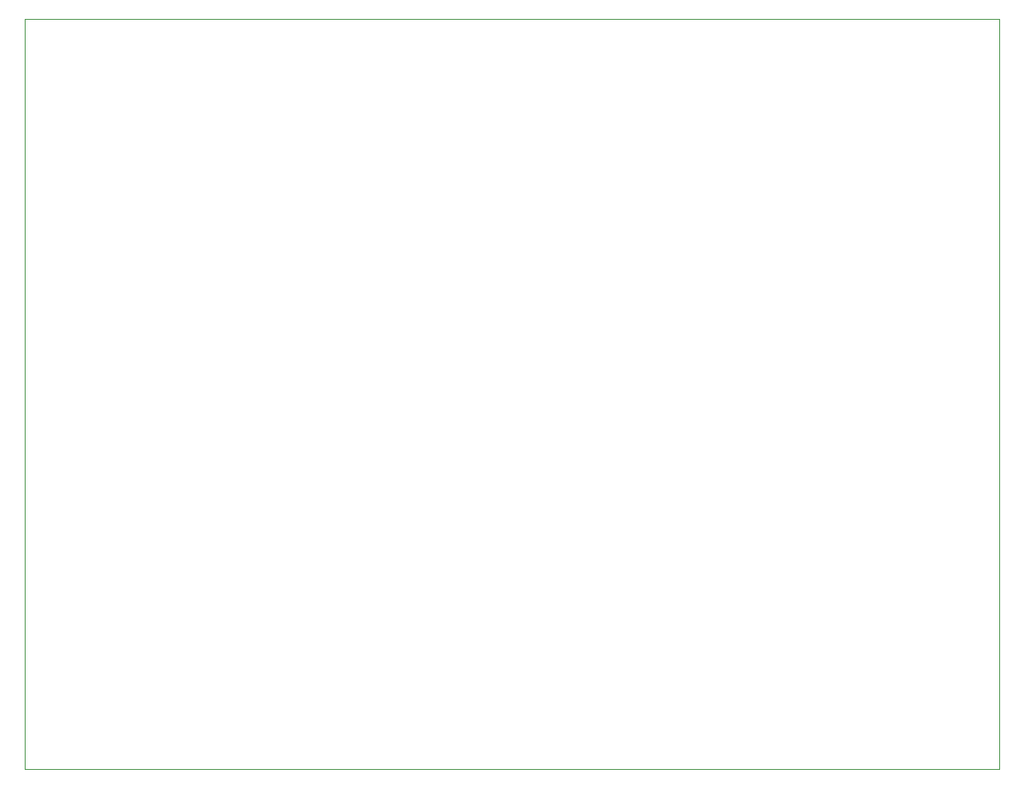
<source format=gbr>
%TF.GenerationSoftware,KiCad,Pcbnew,7.0.10*%
%TF.CreationDate,2024-04-22T12:45:59-04:00*%
%TF.ProjectId,ping_pong_esp32,70696e67-5f70-46f6-9e67-5f6573703332,rev?*%
%TF.SameCoordinates,Original*%
%TF.FileFunction,Profile,NP*%
%FSLAX46Y46*%
G04 Gerber Fmt 4.6, Leading zero omitted, Abs format (unit mm)*
G04 Created by KiCad (PCBNEW 7.0.10) date 2024-04-22 12:45:59*
%MOMM*%
%LPD*%
G01*
G04 APERTURE LIST*
%TA.AperFunction,Profile*%
%ADD10C,0.100000*%
%TD*%
G04 APERTURE END LIST*
D10*
X0Y0D02*
X100000000Y0D01*
X100000000Y-77000000D01*
X0Y-77000000D01*
X0Y0D01*
M02*

</source>
